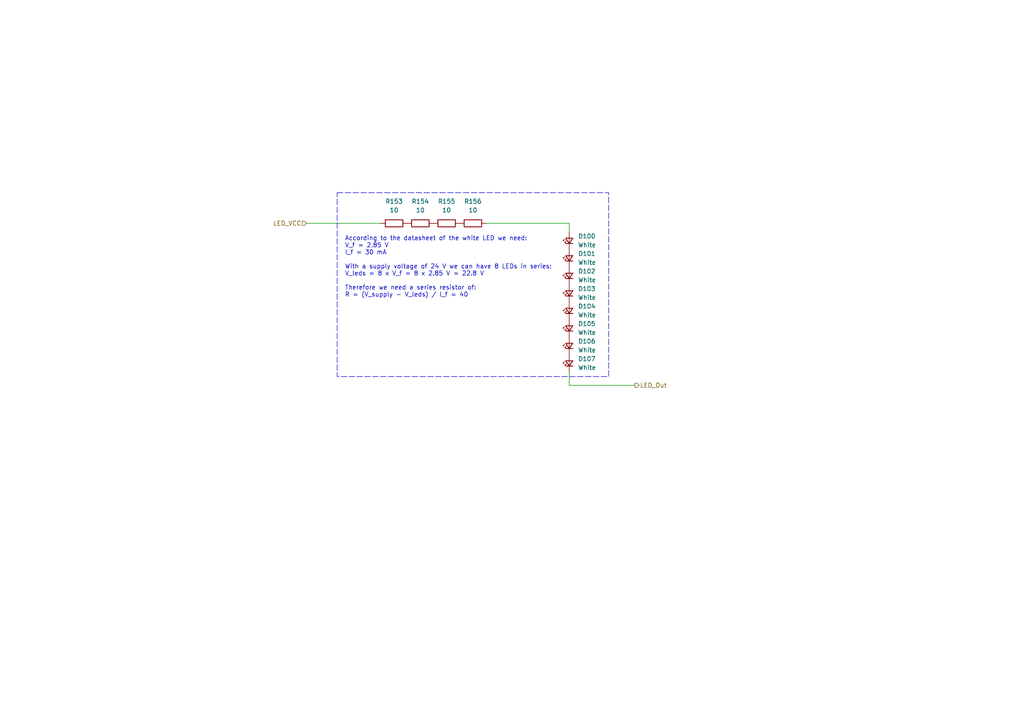
<source format=kicad_sch>
(kicad_sch (version 20231120) (generator "eeschema") (generator_version "8.0")
  (paper "A4")
  (lib_symbols
    (symbol "_LED:White" (pin_numbers hide) (pin_names (offset 0.254) hide)
      (property "Reference" "D" (at -1.27 3.175 0))
      (property "Value" "White" (at -4.445 -2.54 0))
      (symbol "White_0_1"
        (polyline (pts (xy -0.762 -1.016) (xy -0.762 1.016)) (stroke (width 0.254)))
        (polyline (pts (xy 1.016 0) (xy -0.762 0)))
        (polyline (pts (xy 0.762 -1.016) (xy -0.762 0) (xy 0.762 1.016) (xy 0.762 -1.016)) (stroke (width 0.254)))
        (polyline (pts (xy 0 0.762) (xy -0.508 1.27) (xy -0.254 1.27) (xy -0.508 1.27) (xy -0.508 1.016)))
        (polyline (pts (xy 0.508 1.27) (xy 0 1.778) (xy 0.254 1.778) (xy 0 1.778) (xy 0 1.524)))
      )
      (symbol "White_1_1"
        (pin passive line (at -2.54 0 0) (length 1.778) (name "K") (number "1"))
        (pin passive line (at 2.54 0 180) (length 1.778) (name "A") (number "2"))
      )
    )
    (symbol "_R_0603:10" (pin_numbers hide) (pin_names (offset 0))
      (property "Reference" "R" (at 2.032 0 90))
      (property "Value" "10" (at 0 0 90))
      (symbol "10_0_1"
        (rectangle (start -1.016 -2.54) (end 1.016 2.54) (stroke (width 0.254)))
      )
      (symbol "10_1_1"
        (pin passive line (at 0 3.81 270) (length 1.27) (name "~") (number "1"))
        (pin passive line (at 0 -3.81 90) (length 1.27) (name "~") (number "2"))
      )
    )
  )
  (wire (pts (xy 88.9 64.77) (xy 110.49 64.77)))
  (wire (pts (xy 165.1 111.76) (xy 184.15 111.76)))
  (wire (pts (xy 140.97 64.77) (xy 165.1 64.77)))
  (wire (pts (xy 165.1 107.95) (xy 165.1 111.76)))
  (wire (pts (xy 165.1 64.77) (xy 165.1 67.31)))
  (rectangle (start 97.79 55.88) (end 176.53 109.22) (stroke (width 0) (type dash)))
  (text_box "According to the datasheet of the white LED we need:\nV_f = 2.85 V\nI_f = 30 mA\n\nWith a supply voltage of 24 V we can have 8 LEDs in series:\nV_leds = 8 x V_f = 8 x 2.85 V = 22.8 V\n\nTherefore we need a series resistor of:\nR = (V_supply - V_leds) / I_f = 40\n\n" (at 99.06 67.31 0) (size 64.77 19.05) (stroke (width -0.0001)) (effects (font (size 1.27 1.27)) (justify left top)))
  (hierarchical_label "LED_VCC" (shape input) (at 88.9 64.77 180))
  (hierarchical_label "LED_Out" (shape output) (at 184.15 111.76 0))
  (symbol (lib_id "_R_0603:10") (at 121.92 64.77 90) (unit 1)
    (property "Reference" "R154" (at 121.92 58.42 90))
    (property "Value" "10" (at 121.92 60.96 90))
    (property "Footprint" "Resistor_SMD:R_0603_1608Metric" (effects (hide yes)))
    (property "Description" "Resistor 10 1% 100mW 75V 0603" (effects (hide yes)))
    (property "MF" "UNI-ROYAL" (effects (hide yes)))
    (property "MPN" "0603WAF100JT5E" (effects (hide yes)))
    (property "OC_LCSC" "C22859" (effects (hide yes)))
    (instances (project "Partial_Drawer_Controller_v1" (path "" (reference "R154") (unit 1)) (path "" (reference "R198") (unit 1)) (path "" (reference "R194") (unit 1)) (path "" (reference "R190") (unit 1)) (path "" (reference "R186") (unit 1)) (path "" (reference "R182") (unit 1)) (path "" (reference "R178") (unit 1)) (path "" (reference "R174") (unit 1)) (path "" (reference "R170") (unit 1)) (path "" (reference "R166") (unit 1)) (path "" (reference "R162") (unit 1)) (path "" (reference "R158") (unit 1)) (path "" (reference "R116") (unit 1)) (path "" (reference "R150") (unit 1)) (path "" (reference "R146") (unit 1)) (path "" (reference "R142") (unit 1)) (path "" (reference "R138") (unit 1)) (path "" (reference "R134") (unit 1)) (path "" (reference "R130") (unit 1)) (path "" (reference "R126") (unit 1)) (path "" (reference "R122") (unit 1)) (path "" (reference "R26") (unit 1)) (path "" (reference "R22") (unit 1)) (path "" (reference "R18") (unit 1))))
  )
  (symbol (lib_id "_R_0603:10") (at 114.3 64.77 90) (unit 1)
    (property "Reference" "R153" (at 114.3 58.42 90))
    (property "Value" "10" (at 114.3 60.96 90))
    (property "Footprint" "Resistor_SMD:R_0603_1608Metric" (effects (hide yes)))
    (property "Description" "Resistor 10 1% 100mW 75V 0603" (effects (hide yes)))
    (property "MF" "UNI-ROYAL" (effects (hide yes)))
    (property "MPN" "0603WAF100JT5E" (effects (hide yes)))
    (property "OC_LCSC" "C22859" (effects (hide yes)))
    (instances (project "Partial_Drawer_Controller_v1" (path "" (reference "R153") (unit 1)) (path "" (reference "R197") (unit 1)) (path "" (reference "R193") (unit 1)) (path "" (reference "R189") (unit 1)) (path "" (reference "R185") (unit 1)) (path "" (reference "R181") (unit 1)) (path "" (reference "R177") (unit 1)) (path "" (reference "R173") (unit 1)) (path "" (reference "R169") (unit 1)) (path "" (reference "R165") (unit 1)) (path "" (reference "R161") (unit 1)) (path "" (reference "R157") (unit 1)) (path "" (reference "R115") (unit 1)) (path "" (reference "R149") (unit 1)) (path "" (reference "R145") (unit 1)) (path "" (reference "R141") (unit 1)) (path "" (reference "R137") (unit 1)) (path "" (reference "R133") (unit 1)) (path "" (reference "R129") (unit 1)) (path "" (reference "R125") (unit 1)) (path "" (reference "R121") (unit 1)) (path "" (reference "R25") (unit 1)) (path "" (reference "R21") (unit 1)) (path "" (reference "R17") (unit 1))))
  )
  (symbol (lib_id "_LED:White") (at 165.1 69.85 90) (unit 1)
    (property "Reference" "D100" (at 167.64 68.5164 90) (effects (justify right)))
    (property "Value" "White" (at 167.64 71.0564 90) (effects (justify right)))
    (property "Footprint" "LED_SMD:LED_0603_1608Metric" (effects (hide yes)))
    (property "Datasheet" "https://datasheet.lcsc.com/lcsc/2305091500_Hubei-KENTO-Elec-KT-0603W_C2290.pdf" (effects (hide yes)))
    (property "Description" "LED Red 0603" (effects (hide yes)))
    (property "MF" "Hubei KENTO Elec" (effects (hide yes)))
    (property "MPN" "KT-0603W" (effects (hide yes)))
    (property "OC_LCSC" "C2290" (effects (hide yes)))
    (instances (project "Partial_Drawer_Controller_v1" (path "" (reference "D100") (unit 1)) (path "" (reference "D188") (unit 1)) (path "" (reference "D180") (unit 1)) (path "" (reference "D172") (unit 1)) (path "" (reference "D164") (unit 1)) (path "" (reference "D156") (unit 1)) (path "" (reference "D148") (unit 1)) (path "" (reference "D140") (unit 1)) (path "" (reference "D132") (unit 1)) (path "" (reference "D124") (unit 1)) (path "" (reference "D116") (unit 1)) (path "" (reference "D108") (unit 1)) (path "" (reference "D28") (unit 1)) (path "" (reference "D92") (unit 1)) (path "" (reference "D84") (unit 1)) (path "" (reference "D76") (unit 1)) (path "" (reference "D68") (unit 1)) (path "" (reference "D60") (unit 1)) (path "" (reference "D52") (unit 1)) (path "" (reference "D44") (unit 1)) (path "" (reference "D36") (unit 1)) (path "" (reference "D19") (unit 1)) (path "" (reference "D11") (unit 1)) (path "" (reference "D3") (unit 1))))
  )
  (symbol (lib_id "_LED:White") (at 165.1 95.25 90) (unit 1)
    (property "Reference" "D105" (at 167.64 93.9164 90) (effects (justify right)))
    (property "Value" "White" (at 167.64 96.4564 90) (effects (justify right)))
    (property "Footprint" "LED_SMD:LED_0603_1608Metric" (effects (hide yes)))
    (property "Datasheet" "https://datasheet.lcsc.com/lcsc/2305091500_Hubei-KENTO-Elec-KT-0603W_C2290.pdf" (effects (hide yes)))
    (property "Description" "LED Red 0603" (effects (hide yes)))
    (property "MF" "Hubei KENTO Elec" (effects (hide yes)))
    (property "MPN" "KT-0603W" (effects (hide yes)))
    (property "OC_LCSC" "C2290" (effects (hide yes)))
    (instances (project "Partial_Drawer_Controller_v1" (path "" (reference "D105") (unit 1)) (path "" (reference "D193") (unit 1)) (path "" (reference "D185") (unit 1)) (path "" (reference "D177") (unit 1)) (path "" (reference "D169") (unit 1)) (path "" (reference "D161") (unit 1)) (path "" (reference "D153") (unit 1)) (path "" (reference "D145") (unit 1)) (path "" (reference "D137") (unit 1)) (path "" (reference "D129") (unit 1)) (path "" (reference "D121") (unit 1)) (path "" (reference "D113") (unit 1)) (path "" (reference "D33") (unit 1)) (path "" (reference "D97") (unit 1)) (path "" (reference "D89") (unit 1)) (path "" (reference "D81") (unit 1)) (path "" (reference "D73") (unit 1)) (path "" (reference "D65") (unit 1)) (path "" (reference "D57") (unit 1)) (path "" (reference "D49") (unit 1)) (path "" (reference "D41") (unit 1)) (path "" (reference "D24") (unit 1)) (path "" (reference "D16") (unit 1)) (path "" (reference "D8") (unit 1))))
  )
  (symbol (lib_id "_LED:White") (at 165.1 105.41 90) (unit 1)
    (property "Reference" "D107" (at 167.64 104.0764 90) (effects (justify right)))
    (property "Value" "White" (at 167.64 106.6164 90) (effects (justify right)))
    (property "Footprint" "LED_SMD:LED_0603_1608Metric" (effects (hide yes)))
    (property "Datasheet" "https://datasheet.lcsc.com/lcsc/2305091500_Hubei-KENTO-Elec-KT-0603W_C2290.pdf" (effects (hide yes)))
    (property "Description" "LED Red 0603" (effects (hide yes)))
    (property "MF" "Hubei KENTO Elec" (effects (hide yes)))
    (property "MPN" "KT-0603W" (effects (hide yes)))
    (property "OC_LCSC" "C2290" (effects (hide yes)))
    (instances (project "Partial_Drawer_Controller_v1" (path "" (reference "D107") (unit 1)) (path "" (reference "D195") (unit 1)) (path "" (reference "D187") (unit 1)) (path "" (reference "D179") (unit 1)) (path "" (reference "D171") (unit 1)) (path "" (reference "D163") (unit 1)) (path "" (reference "D155") (unit 1)) (path "" (reference "D147") (unit 1)) (path "" (reference "D139") (unit 1)) (path "" (reference "D131") (unit 1)) (path "" (reference "D123") (unit 1)) (path "" (reference "D115") (unit 1)) (path "" (reference "D35") (unit 1)) (path "" (reference "D99") (unit 1)) (path "" (reference "D91") (unit 1)) (path "" (reference "D83") (unit 1)) (path "" (reference "D75") (unit 1)) (path "" (reference "D67") (unit 1)) (path "" (reference "D59") (unit 1)) (path "" (reference "D51") (unit 1)) (path "" (reference "D43") (unit 1)) (path "" (reference "D26") (unit 1)) (path "" (reference "D18") (unit 1)) (path "" (reference "D10") (unit 1))))
  )
  (symbol (lib_id "_LED:White") (at 165.1 90.17 90) (unit 1)
    (property "Reference" "D104" (at 167.64 88.8364 90) (effects (justify right)))
    (property "Value" "White" (at 167.64 91.3764 90) (effects (justify right)))
    (property "Footprint" "LED_SMD:LED_0603_1608Metric" (effects (hide yes)))
    (property "Datasheet" "https://datasheet.lcsc.com/lcsc/2305091500_Hubei-KENTO-Elec-KT-0603W_C2290.pdf" (effects (hide yes)))
    (property "Description" "LED Red 0603" (effects (hide yes)))
    (property "MF" "Hubei KENTO Elec" (effects (hide yes)))
    (property "MPN" "KT-0603W" (effects (hide yes)))
    (property "OC_LCSC" "C2290" (effects (hide yes)))
    (instances (project "Partial_Drawer_Controller_v1" (path "" (reference "D104") (unit 1)) (path "" (reference "D192") (unit 1)) (path "" (reference "D184") (unit 1)) (path "" (reference "D176") (unit 1)) (path "" (reference "D168") (unit 1)) (path "" (reference "D160") (unit 1)) (path "" (reference "D152") (unit 1)) (path "" (reference "D144") (unit 1)) (path "" (reference "D136") (unit 1)) (path "" (reference "D128") (unit 1)) (path "" (reference "D120") (unit 1)) (path "" (reference "D112") (unit 1)) (path "" (reference "D32") (unit 1)) (path "" (reference "D96") (unit 1)) (path "" (reference "D88") (unit 1)) (path "" (reference "D80") (unit 1)) (path "" (reference "D72") (unit 1)) (path "" (reference "D64") (unit 1)) (path "" (reference "D56") (unit 1)) (path "" (reference "D48") (unit 1)) (path "" (reference "D40") (unit 1)) (path "" (reference "D23") (unit 1)) (path "" (reference "D15") (unit 1)) (path "" (reference "D7") (unit 1))))
  )
  (symbol (lib_id "_R_0603:10") (at 129.54 64.77 90) (unit 1)
    (property "Reference" "R155" (at 129.54 58.42 90))
    (property "Value" "10" (at 129.54 60.96 90))
    (property "Footprint" "Resistor_SMD:R_0603_1608Metric" (effects (hide yes)))
    (property "Description" "Resistor 10 1% 100mW 75V 0603" (effects (hide yes)))
    (property "MF" "UNI-ROYAL" (effects (hide yes)))
    (property "MPN" "0603WAF100JT5E" (effects (hide yes)))
    (property "OC_LCSC" "C22859" (effects (hide yes)))
    (instances (project "Partial_Drawer_Controller_v1" (path "" (reference "R155") (unit 1)) (path "" (reference "R199") (unit 1)) (path "" (reference "R195") (unit 1)) (path "" (reference "R191") (unit 1)) (path "" (reference "R187") (unit 1)) (path "" (reference "R183") (unit 1)) (path "" (reference "R179") (unit 1)) (path "" (reference "R175") (unit 1)) (path "" (reference "R171") (unit 1)) (path "" (reference "R167") (unit 1)) (path "" (reference "R163") (unit 1)) (path "" (reference "R159") (unit 1)) (path "" (reference "R117") (unit 1)) (path "" (reference "R151") (unit 1)) (path "" (reference "R147") (unit 1)) (path "" (reference "R143") (unit 1)) (path "" (reference "R139") (unit 1)) (path "" (reference "R135") (unit 1)) (path "" (reference "R131") (unit 1)) (path "" (reference "R127") (unit 1)) (path "" (reference "R123") (unit 1)) (path "" (reference "R27") (unit 1)) (path "" (reference "R23") (unit 1)) (path "" (reference "R19") (unit 1))))
  )
  (symbol (lib_id "_LED:White") (at 165.1 85.09 90) (unit 1)
    (property "Reference" "D103" (at 167.64 83.7564 90) (effects (justify right)))
    (property "Value" "White" (at 167.64 86.2964 90) (effects (justify right)))
    (property "Footprint" "LED_SMD:LED_0603_1608Metric" (effects (hide yes)))
    (property "Datasheet" "https://datasheet.lcsc.com/lcsc/2305091500_Hubei-KENTO-Elec-KT-0603W_C2290.pdf" (effects (hide yes)))
    (property "Description" "LED Red 0603" (effects (hide yes)))
    (property "MF" "Hubei KENTO Elec" (effects (hide yes)))
    (property "MPN" "KT-0603W" (effects (hide yes)))
    (property "OC_LCSC" "C2290" (effects (hide yes)))
    (instances (project "Partial_Drawer_Controller_v1" (path "" (reference "D103") (unit 1)) (path "" (reference "D191") (unit 1)) (path "" (reference "D183") (unit 1)) (path "" (reference "D175") (unit 1)) (path "" (reference "D167") (unit 1)) (path "" (reference "D159") (unit 1)) (path "" (reference "D151") (unit 1)) (path "" (reference "D143") (unit 1)) (path "" (reference "D135") (unit 1)) (path "" (reference "D127") (unit 1)) (path "" (reference "D119") (unit 1)) (path "" (reference "D111") (unit 1)) (path "" (reference "D31") (unit 1)) (path "" (reference "D95") (unit 1)) (path "" (reference "D87") (unit 1)) (path "" (reference "D79") (unit 1)) (path "" (reference "D71") (unit 1)) (path "" (reference "D63") (unit 1)) (path "" (reference "D55") (unit 1)) (path "" (reference "D47") (unit 1)) (path "" (reference "D39") (unit 1)) (path "" (reference "D22") (unit 1)) (path "" (reference "D14") (unit 1)) (path "" (reference "D6") (unit 1))))
  )
  (symbol (lib_id "_LED:White") (at 165.1 80.01 90) (unit 1)
    (property "Reference" "D102" (at 167.64 78.6764 90) (effects (justify right)))
    (property "Value" "White" (at 167.64 81.2164 90) (effects (justify right)))
    (property "Footprint" "LED_SMD:LED_0603_1608Metric" (effects (hide yes)))
    (property "Datasheet" "https://datasheet.lcsc.com/lcsc/2305091500_Hubei-KENTO-Elec-KT-0603W_C2290.pdf" (effects (hide yes)))
    (property "Description" "LED Red 0603" (effects (hide yes)))
    (property "MF" "Hubei KENTO Elec" (effects (hide yes)))
    (property "MPN" "KT-0603W" (effects (hide yes)))
    (property "OC_LCSC" "C2290" (effects (hide yes)))
    (instances (project "Partial_Drawer_Controller_v1" (path "" (reference "D102") (unit 1)) (path "" (reference "D190") (unit 1)) (path "" (reference "D182") (unit 1)) (path "" (reference "D174") (unit 1)) (path "" (reference "D166") (unit 1)) (path "" (reference "D158") (unit 1)) (path "" (reference "D150") (unit 1)) (path "" (reference "D142") (unit 1)) (path "" (reference "D134") (unit 1)) (path "" (reference "D126") (unit 1)) (path "" (reference "D118") (unit 1)) (path "" (reference "D110") (unit 1)) (path "" (reference "D30") (unit 1)) (path "" (reference "D94") (unit 1)) (path "" (reference "D86") (unit 1)) (path "" (reference "D78") (unit 1)) (path "" (reference "D70") (unit 1)) (path "" (reference "D62") (unit 1)) (path "" (reference "D54") (unit 1)) (path "" (reference "D46") (unit 1)) (path "" (reference "D38") (unit 1)) (path "" (reference "D21") (unit 1)) (path "" (reference "D13") (unit 1)) (path "" (reference "D5") (unit 1))))
  )
  (symbol (lib_id "_R_0603:10") (at 137.16 64.77 90) (unit 1)
    (property "Reference" "R156" (at 137.16 58.42 90))
    (property "Value" "10" (at 137.16 60.96 90))
    (property "Footprint" "Resistor_SMD:R_0603_1608Metric" (effects (hide yes)))
    (property "Description" "Resistor 10 1% 100mW 75V 0603" (effects (hide yes)))
    (property "MF" "UNI-ROYAL" (effects (hide yes)))
    (property "MPN" "0603WAF100JT5E" (effects (hide yes)))
    (property "OC_LCSC" "C22859" (effects (hide yes)))
    (instances (project "Partial_Drawer_Controller_v1" (path "" (reference "R156") (unit 1)) (path "" (reference "R200") (unit 1)) (path "" (reference "R196") (unit 1)) (path "" (reference "R192") (unit 1)) (path "" (reference "R188") (unit 1)) (path "" (reference "R184") (unit 1)) (path "" (reference "R180") (unit 1)) (path "" (reference "R176") (unit 1)) (path "" (reference "R172") (unit 1)) (path "" (reference "R168") (unit 1)) (path "" (reference "R164") (unit 1)) (path "" (reference "R160") (unit 1)) (path "" (reference "R118") (unit 1)) (path "" (reference "R152") (unit 1)) (path "" (reference "R148") (unit 1)) (path "" (reference "R144") (unit 1)) (path "" (reference "R140") (unit 1)) (path "" (reference "R136") (unit 1)) (path "" (reference "R132") (unit 1)) (path "" (reference "R128") (unit 1)) (path "" (reference "R124") (unit 1)) (path "" (reference "R28") (unit 1)) (path "" (reference "R24") (unit 1)) (path "" (reference "R20") (unit 1))))
  )
  (symbol (lib_id "_LED:White") (at 165.1 74.93 90) (unit 1)
    (property "Reference" "D101" (at 167.64 73.5964 90) (effects (justify right)))
    (property "Value" "White" (at 167.64 76.1364 90) (effects (justify right)))
    (property "Footprint" "LED_SMD:LED_0603_1608Metric" (effects (hide yes)))
    (property "Datasheet" "https://datasheet.lcsc.com/lcsc/2305091500_Hubei-KENTO-Elec-KT-0603W_C2290.pdf" (effects (hide yes)))
    (property "Description" "LED Red 0603" (effects (hide yes)))
    (property "MF" "Hubei KENTO Elec" (effects (hide yes)))
    (property "MPN" "KT-0603W" (effects (hide yes)))
    (property "OC_LCSC" "C2290" (effects (hide yes)))
    (instances (project "Partial_Drawer_Controller_v1" (path "" (reference "D101") (unit 1)) (path "" (reference "D189") (unit 1)) (path "" (reference "D181") (unit 1)) (path "" (reference "D173") (unit 1)) (path "" (reference "D165") (unit 1)) (path "" (reference "D157") (unit 1)) (path "" (reference "D149") (unit 1)) (path "" (reference "D141") (unit 1)) (path "" (reference "D133") (unit 1)) (path "" (reference "D125") (unit 1)) (path "" (reference "D117") (unit 1)) (path "" (reference "D109") (unit 1)) (path "" (reference "D29") (unit 1)) (path "" (reference "D93") (unit 1)) (path "" (reference "D85") (unit 1)) (path "" (reference "D77") (unit 1)) (path "" (reference "D69") (unit 1)) (path "" (reference "D61") (unit 1)) (path "" (reference "D53") (unit 1)) (path "" (reference "D45") (unit 1)) (path "" (reference "D37") (unit 1)) (path "" (reference "D20") (unit 1)) (path "" (reference "D12") (unit 1)) (path "" (reference "D4") (unit 1))))
  )
  (symbol (lib_id "_LED:White") (at 165.1 100.33 90) (unit 1)
    (property "Reference" "D106" (at 167.64 98.9964 90) (effects (justify right)))
    (property "Value" "White" (at 167.64 101.5364 90) (effects (justify right)))
    (property "Footprint" "LED_SMD:LED_0603_1608Metric" (effects (hide yes)))
    (property "Datasheet" "https://datasheet.lcsc.com/lcsc/2305091500_Hubei-KENTO-Elec-KT-0603W_C2290.pdf" (effects (hide yes)))
    (property "Description" "LED Red 0603" (effects (hide yes)))
    (property "MF" "Hubei KENTO Elec" (effects (hide yes)))
    (property "MPN" "KT-0603W" (effects (hide yes)))
    (property "OC_LCSC" "C2290" (effects (hide yes)))
    (instances (project "Partial_Drawer_Controller_v1" (path "" (reference "D106") (unit 1)) (path "" (reference "D194") (unit 1)) (path "" (reference "D186") (unit 1)) (path "" (reference "D178") (unit 1)) (path "" (reference "D170") (unit 1)) (path "" (reference "D162") (unit 1)) (path "" (reference "D154") (unit 1)) (path "" (reference "D146") (unit 1)) (path "" (reference "D138") (unit 1)) (path "" (reference "D130") (unit 1)) (path "" (reference "D122") (unit 1)) (path "" (reference "D114") (unit 1)) (path "" (reference "D34") (unit 1)) (path "" (reference "D98") (unit 1)) (path "" (reference "D90") (unit 1)) (path "" (reference "D82") (unit 1)) (path "" (reference "D74") (unit 1)) (path "" (reference "D66") (unit 1)) (path "" (reference "D58") (unit 1)) (path "" (reference "D50") (unit 1)) (path "" (reference "D42") (unit 1)) (path "" (reference "D25") (unit 1)) (path "" (reference "D17") (unit 1)) (path "" (reference "D9") (unit 1))))
  )
)
</source>
